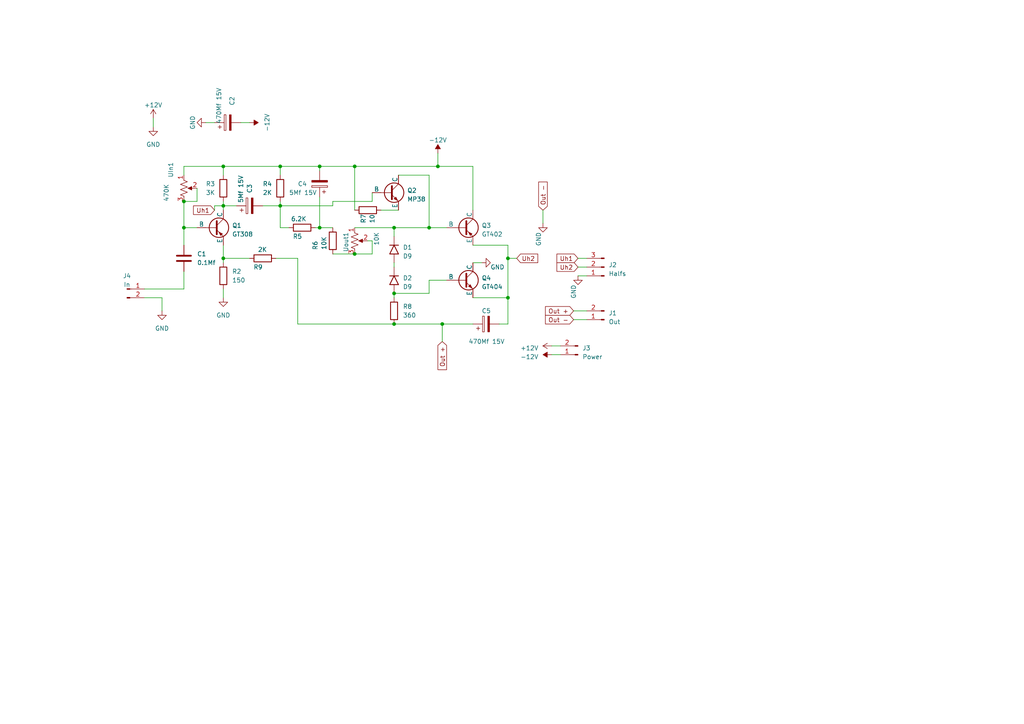
<source format=kicad_sch>
(kicad_sch (version 20231120) (generator "eeschema") (generator_version "8.0")
  (paper "A4")
  (lib_symbols
    (symbol "Connector:Conn_01x02_Pin" (pin_names (offset 1.016) hide)
      (property "Reference" "J" (at 0 2.54 0))
      (property "Value" "Conn_01x02_Pin" (at 0 -5.08 0))
      (symbol "Conn_01x02_Pin_1_1"
        (polyline (pts (xy 1.27 -2.54) (xy 0.8636 -2.54)) (stroke (width 0.1524)))
        (polyline (pts (xy 1.27 0) (xy 0.8636 0)) (stroke (width 0.1524)))
        (rectangle (start 0.8636 -2.413) (end 0 -2.667) (stroke (width 0.1524)) (fill (type outline)))
        (rectangle (start 0.8636 0.127) (end 0 -0.127) (stroke (width 0.1524)) (fill (type outline)))
        (pin passive line (at 5.08 0 180) (length 3.81) (name "Pin_1") (number "1"))
        (pin passive line (at 5.08 -2.54 180) (length 3.81) (name "Pin_2") (number "2"))
      )
    )
    (symbol "Connector:Conn_01x03_Pin" (pin_names (offset 1.016) hide)
      (property "Reference" "J" (at 0 5.08 0))
      (property "Value" "Conn_01x03_Pin" (at 0 -5.08 0))
      (symbol "Conn_01x03_Pin_1_1"
        (polyline (pts (xy 1.27 -2.54) (xy 0.8636 -2.54)) (stroke (width 0.1524)))
        (polyline (pts (xy 1.27 0) (xy 0.8636 0)) (stroke (width 0.1524)))
        (polyline (pts (xy 1.27 2.54) (xy 0.8636 2.54)) (stroke (width 0.1524)))
        (rectangle (start 0.8636 -2.413) (end 0 -2.667) (stroke (width 0.1524)) (fill (type outline)))
        (rectangle (start 0.8636 0.127) (end 0 -0.127) (stroke (width 0.1524)) (fill (type outline)))
        (rectangle (start 0.8636 2.667) (end 0 2.413) (stroke (width 0.1524)) (fill (type outline)))
        (pin passive line (at 5.08 2.54 180) (length 3.81) (name "Pin_1") (number "1"))
        (pin passive line (at 5.08 0 180) (length 3.81) (name "Pin_2") (number "2"))
        (pin passive line (at 5.08 -2.54 180) (length 3.81) (name "Pin_3") (number "3"))
      )
    )
    (symbol "Device:C" (pin_numbers hide) (pin_names (offset 0.254))
      (property "Reference" "C" (at 0.635 2.54 0))
      (property "Value" "C" (at 0.635 -2.54 0))
      (symbol "C_0_1"
        (polyline (pts (xy -2.032 -0.762) (xy 2.032 -0.762)) (stroke (width 0.508)))
        (polyline (pts (xy -2.032 0.762) (xy 2.032 0.762)) (stroke (width 0.508)))
      )
      (symbol "C_1_1"
        (pin passive line (at 0 3.81 270) (length 2.794) (name "~") (number "1"))
        (pin passive line (at 0 -3.81 90) (length 2.794) (name "~") (number "2"))
      )
    )
    (symbol "Device:C_Polarized" (pin_numbers hide) (pin_names (offset 0.254))
      (property "Reference" "C" (at 0.635 2.54 0))
      (property "Value" "C_Polarized" (at 0.635 -2.54 0))
      (symbol "C_Polarized_0_1"
        (rectangle (start -2.286 0.508) (end 2.286 1.016))
        (polyline (pts (xy -1.778 2.286) (xy -0.762 2.286)))
        (polyline (pts (xy -1.27 2.794) (xy -1.27 1.778)))
        (rectangle (start 2.286 -0.508) (end -2.286 -1.016) (fill (type outline)))
      )
      (symbol "C_Polarized_1_1"
        (pin passive line (at 0 3.81 270) (length 2.794) (name "~") (number "1"))
        (pin passive line (at 0 -3.81 90) (length 2.794) (name "~") (number "2"))
      )
    )
    (symbol "Device:R" (pin_numbers hide) (pin_names (offset 0))
      (property "Reference" "R" (at 2.032 0 90))
      (property "Value" "R" (at 0 0 90))
      (symbol "R_0_1"
        (rectangle (start -1.016 -2.54) (end 1.016 2.54) (stroke (width 0.254)))
      )
      (symbol "R_1_1"
        (pin passive line (at 0 3.81 270) (length 1.27) (name "~") (number "1"))
        (pin passive line (at 0 -3.81 90) (length 1.27) (name "~") (number "2"))
      )
    )
    (symbol "Device:R_Potentiometer_US" (pin_names (offset 1.016) hide)
      (property "Reference" "RV" (at -4.445 0 90))
      (property "Value" "R_Potentiometer_US" (at -2.54 0 90))
      (symbol "R_Potentiometer_US_0_1"
        (polyline (pts (xy 0 -2.286) (xy 0 -2.54)))
        (polyline (pts (xy 0 2.54) (xy 0 2.286)))
        (polyline (pts (xy 2.54 0) (xy 1.524 0)))
        (polyline (pts (xy 1.143 0) (xy 2.286 0.508) (xy 2.286 -0.508) (xy 1.143 0)) (fill (type outline)))
        (polyline (pts (xy 0 -0.762) (xy 1.016 -1.143) (xy 0 -1.524) (xy -1.016 -1.905) (xy 0 -2.286)))
        (polyline (pts (xy 0 0.762) (xy 1.016 0.381) (xy 0 0) (xy -1.016 -0.381) (xy 0 -0.762)))
        (polyline (pts (xy 0 2.286) (xy 1.016 1.905) (xy 0 1.524) (xy -1.016 1.143) (xy 0 0.762)))
      )
      (symbol "R_Potentiometer_US_1_1"
        (pin passive line (at 0 3.81 270) (length 1.27) (name "1") (number "1"))
        (pin passive line (at 3.81 0 180) (length 1.27) (name "2") (number "2"))
        (pin passive line (at 0 -3.81 90) (length 1.27) (name "3") (number "3"))
      )
    )
    (symbol "Soviet:D9" (pin_numbers hide) (pin_names hide)
      (property "Reference" "D" (at 0 2.54 0))
      (property "Value" "D9" (at 0 -2.54 0))
      (symbol "D9_0_1"
        (polyline (pts (xy 1.27 -1.27) (xy 1.27 1.27)) (stroke (width 0.254)))
        (polyline (pts (xy -1.27 -1.27) (xy -1.27 1.27) (xy 1.27 0) (xy -1.27 -1.27)) (stroke (width 0.254)))
      )
      (symbol "D9_1_1"
        (pin passive line (at -3.81 0 0) (length 2.54) (name "A") (number "1"))
        (pin passive line (at 3.81 0 180) (length 2.54) (name "K") (number "2"))
      )
    )
    (symbol "Soviet:GT308" (pin_numbers hide) (pin_names (offset 0))
      (property "Reference" "Q" (at -2.54 7.62 0))
      (property "Value" "GT308" (at -2.54 5.08 0))
      (symbol "GT308_0_1"
        (polyline (pts (xy -2.54 0) (xy 0.635 0)) (stroke (width 0.1524)))
        (polyline (pts (xy 0.635 0.635) (xy 2.54 2.54)))
        (polyline (pts (xy 0.635 -0.635) (xy 2.54 -2.54) (xy 2.54 -2.54)))
        (polyline (pts (xy 0.635 1.905) (xy 0.635 -1.905) (xy 0.635 -1.905)) (stroke (width 0.508)))
        (polyline (pts (xy 2.286 -1.778) (xy 1.778 -2.286) (xy 1.27 -1.27) (xy 2.286 -1.778) (xy 2.286 -1.778)) (fill (type outline)))
        (circle (center 1.27 0) (radius 2.8194) (stroke (width 0.254)))
      )
      (symbol "GT308_1_1"
        (pin open_emitter line (at 2.54 -5.08 90) (length 2.54) (name "E") (number "1"))
        (pin open_collector line (at 2.54 5.08 270) (length 2.54) (name "C") (number "2"))
        (pin input line (at -5.08 0 0) (length 2.54) (name "B") (number "3"))
      )
    )
    (symbol "Soviet:GT402" (pin_numbers hide) (pin_names (offset 0))
      (property "Reference" "Q" (at -2.54 7.62 0))
      (property "Value" "GT402" (at -2.54 5.08 0))
      (symbol "GT402_0_1"
        (polyline (pts (xy -2.54 0) (xy 0.635 0)) (stroke (width 0.1524)))
        (polyline (pts (xy 0.635 0.635) (xy 2.54 2.54)))
        (polyline (pts (xy 0.635 -0.635) (xy 2.54 -2.54) (xy 2.54 -2.54)))
        (polyline (pts (xy 0.635 1.905) (xy 0.635 -1.905) (xy 0.635 -1.905)) (stroke (width 0.508)))
        (polyline (pts (xy 2.286 -1.778) (xy 1.778 -2.286) (xy 1.27 -1.27) (xy 2.286 -1.778) (xy 2.286 -1.778)) (fill (type outline)))
        (circle (center 1.27 0) (radius 2.8194) (stroke (width 0.254)))
      )
      (symbol "GT402_1_1"
        (pin open_emitter line (at 2.54 -5.08 90) (length 2.54) (name "E") (number "1"))
        (pin open_collector line (at 2.54 5.08 270) (length 2.54) (name "C") (number "2"))
        (pin input line (at -5.08 0 0) (length 2.54) (name "B") (number "3"))
      )
    )
    (symbol "Soviet:GT404" (pin_numbers hide) (pin_names (offset 0))
      (property "Reference" "Q" (at -2.54 7.62 0))
      (property "Value" "GT404" (at -2.54 5.08 0))
      (symbol "GT404_0_1"
        (polyline (pts (xy -2.54 0) (xy 0.635 0)) (stroke (width 0.1524)))
        (polyline (pts (xy 0.635 0.635) (xy 2.54 2.54)))
        (polyline (pts (xy 2.794 -1.27) (xy 2.794 -1.27)) (stroke (width 0.1524)))
        (polyline (pts (xy 2.794 -1.27) (xy 2.794 -1.27)) (stroke (width 0.1524)))
        (polyline (pts (xy 0.635 -0.635) (xy 2.54 -2.54) (xy 2.54 -2.54)))
        (polyline (pts (xy 0.635 1.905) (xy 0.635 -1.905) (xy 0.635 -1.905)) (stroke (width 0.508)))
        (polyline (pts (xy 1.27 -1.778) (xy 1.778 -1.27) (xy 2.286 -2.286) (xy 1.27 -1.778) (xy 1.27 -1.778)) (fill (type outline)))
        (circle (center 1.27 0) (radius 2.8194) (stroke (width 0.254)))
      )
      (symbol "GT404_1_1"
        (pin open_emitter line (at 2.54 -5.08 90) (length 2.54) (name "E") (number "1"))
        (pin open_collector line (at 2.54 5.08 270) (length 2.54) (name "C") (number "2"))
        (pin input line (at -5.08 0 0) (length 2.54) (name "B") (number "3"))
      )
    )
    (symbol "Soviet:MP38" (pin_numbers hide) (pin_names (offset 0))
      (property "Reference" "Q" (at -2.54 7.62 0))
      (property "Value" "MP38" (at -2.54 5.08 0))
      (symbol "MP38_0_1"
        (polyline (pts (xy -2.54 0) (xy 0.635 0)) (stroke (width 0.1524)))
        (polyline (pts (xy 0.635 0.635) (xy 2.54 2.54)))
        (polyline (pts (xy 2.794 -1.27) (xy 2.794 -1.27)) (stroke (width 0.1524)))
        (polyline (pts (xy 2.794 -1.27) (xy 2.794 -1.27)) (stroke (width 0.1524)))
        (polyline (pts (xy 0.635 -0.635) (xy 2.54 -2.54) (xy 2.54 -2.54)))
        (polyline (pts (xy 0.635 1.905) (xy 0.635 -1.905) (xy 0.635 -1.905)) (stroke (width 0.508)))
        (polyline (pts (xy 1.27 -1.778) (xy 1.778 -1.27) (xy 2.286 -2.286) (xy 1.27 -1.778) (xy 1.27 -1.778)) (fill (type outline)))
        (circle (center 1.27 0) (radius 2.8194) (stroke (width 0.254)))
      )
      (symbol "MP38_1_1"
        (pin open_collector line (at 2.54 5.08 270) (length 2.54) (name "C") (number "1"))
        (pin input line (at -5.08 0 0) (length 2.54) (name "B") (number "2"))
        (pin open_emitter line (at 2.54 -5.08 90) (length 2.54) (name "E") (number "3"))
      )
    )
    (symbol "power:+12V" (power) (pin_names (offset 0))
      (property "Value" "+12V" (at 0 3.556 0))
      (symbol "+12V_0_1"
        (polyline (pts (xy -0.762 1.27) (xy 0 2.54)))
        (polyline (pts (xy 0 0) (xy 0 2.54)))
        (polyline (pts (xy 0 2.54) (xy 0.762 1.27)))
      )
      (symbol "+12V_1_1"
        (pin power_in line (at 0 0 90) (length 0) hide (name "+12V") (number "1"))
      )
    )
    (symbol "power:-12V" (power) (pin_names (offset 0))
      (property "Value" "-12V" (at 0 3.81 0))
      (symbol "-12V_0_0"
        (pin power_in line (at 0 0 90) (length 0) hide (name "-12V") (number "1"))
      )
      (symbol "-12V_0_1"
        (polyline (pts (xy 0 0) (xy 0 1.27) (xy 0.762 1.27) (xy 0 2.54) (xy -0.762 1.27) (xy 0 1.27)) (fill (type outline)))
      )
    )
    (symbol "power:GND" (power) (pin_names (offset 0))
      (property "Value" "GND" (at 0 -3.81 0))
      (symbol "GND_0_1"
        (polyline (pts (xy 0 0) (xy 0 -1.27) (xy 1.27 -1.27) (xy 0 -2.54) (xy -1.27 -1.27) (xy 0 -1.27)))
      )
      (symbol "GND_1_1"
        (pin power_in line (at 0 0 270) (length 0) hide (name "GND") (number "1"))
      )
    )
  )
  (junction (at 64.77 48.26))
  (junction (at 102.87 73.66))
  (junction (at 92.71 66.04))
  (junction (at 53.34 66.04))
  (junction (at 127 48.26))
  (junction (at 81.28 48.26))
  (junction (at 64.77 59.69))
  (junction (at 81.28 59.69))
  (junction (at 102.87 48.26))
  (junction (at 128.27 93.98))
  (junction (at 147.32 74.93))
  (junction (at 114.3 85.09))
  (junction (at 114.3 66.04))
  (junction (at 147.32 86.36))
  (junction (at 64.77 74.93))
  (junction (at 92.71 48.26))
  (junction (at 124.46 66.04))
  (junction (at 53.34 58.42))
  (junction (at 114.3 93.98))
  (wire (pts (xy 81.28 48.26) (xy 64.77 48.26)))
  (wire (pts (xy 167.64 80.01) (xy 170.18 80.01)))
  (wire (pts (xy 114.3 85.09) (xy 114.3 86.36)))
  (wire (pts (xy 127 48.26) (xy 102.87 48.26)))
  (wire (pts (xy 57.15 66.04) (xy 53.34 66.04)))
  (wire (pts (xy 81.28 59.69) (xy 76.2 59.69)))
  (wire (pts (xy 86.36 93.98) (xy 114.3 93.98)))
  (wire (pts (xy 106.68 69.85) (xy 107.95 69.85)))
  (wire (pts (xy 62.23 60.96) (xy 62.23 59.69)))
  (wire (pts (xy 83.82 66.04) (xy 81.28 66.04)))
  (wire (pts (xy 166.37 90.17) (xy 170.18 90.17)))
  (wire (pts (xy 128.27 93.98) (xy 137.16 93.98)))
  (wire (pts (xy 147.32 74.93) (xy 149.86 74.93)))
  (wire (pts (xy 53.34 58.42) (xy 53.34 66.04)))
  (wire (pts (xy 64.77 74.93) (xy 64.77 76.2)))
  (wire (pts (xy 46.99 86.36) (xy 41.91 86.36)))
  (wire (pts (xy 57.15 58.42) (xy 53.34 58.42)))
  (wire (pts (xy 96.52 59.69) (xy 81.28 59.69)))
  (wire (pts (xy 86.36 74.93) (xy 86.36 93.98)))
  (wire (pts (xy 92.71 48.26) (xy 81.28 48.26)))
  (wire (pts (xy 124.46 50.8) (xy 124.46 66.04)))
  (wire (pts (xy 124.46 81.28) (xy 124.46 85.09)))
  (wire (pts (xy 114.3 93.98) (xy 128.27 93.98)))
  (wire (pts (xy 137.16 48.26) (xy 137.16 60.96)))
  (wire (pts (xy 137.16 76.2) (xy 139.7 76.2)))
  (wire (pts (xy 69.85 35.56) (xy 72.39 35.56)))
  (wire (pts (xy 64.77 58.42) (xy 64.77 59.69)))
  (wire (pts (xy 64.77 83.82) (xy 64.77 86.36)))
  (wire (pts (xy 114.3 66.04) (xy 124.46 66.04)))
  (wire (pts (xy 160.02 100.33) (xy 162.56 100.33)))
  (wire (pts (xy 137.16 48.26) (xy 127 48.26)))
  (wire (pts (xy 81.28 58.42) (xy 81.28 59.69)))
  (wire (pts (xy 160.02 102.87) (xy 162.56 102.87)))
  (wire (pts (xy 127 44.45) (xy 127 48.26)))
  (wire (pts (xy 124.46 85.09) (xy 114.3 85.09)))
  (wire (pts (xy 102.87 60.96) (xy 102.87 48.26)))
  (wire (pts (xy 62.23 59.69) (xy 64.77 59.69)))
  (wire (pts (xy 128.27 93.98) (xy 128.27 99.06)))
  (wire (pts (xy 92.71 48.26) (xy 102.87 48.26)))
  (wire (pts (xy 137.16 86.36) (xy 147.32 86.36)))
  (wire (pts (xy 64.77 59.69) (xy 68.58 59.69)))
  (wire (pts (xy 64.77 71.12) (xy 64.77 74.93)))
  (wire (pts (xy 96.52 58.42) (xy 107.95 58.42)))
  (wire (pts (xy 144.78 93.98) (xy 147.32 93.98)))
  (wire (pts (xy 166.37 92.71) (xy 170.18 92.71)))
  (wire (pts (xy 53.34 66.04) (xy 53.34 71.12)))
  (wire (pts (xy 41.91 83.82) (xy 53.34 83.82)))
  (wire (pts (xy 92.71 57.15) (xy 92.71 66.04)))
  (wire (pts (xy 53.34 78.74) (xy 53.34 83.82)))
  (wire (pts (xy 107.95 73.66) (xy 102.87 73.66)))
  (wire (pts (xy 81.28 59.69) (xy 81.28 66.04)))
  (wire (pts (xy 114.3 76.2) (xy 114.3 77.47)))
  (wire (pts (xy 92.71 66.04) (xy 96.52 66.04)))
  (wire (pts (xy 114.3 66.04) (xy 114.3 68.58)))
  (wire (pts (xy 96.52 73.66) (xy 102.87 73.66)))
  (wire (pts (xy 102.87 66.04) (xy 114.3 66.04)))
  (wire (pts (xy 64.77 48.26) (xy 64.77 50.8)))
  (wire (pts (xy 96.52 58.42) (xy 96.52 59.69)))
  (wire (pts (xy 81.28 50.8) (xy 81.28 48.26)))
  (wire (pts (xy 53.34 48.26) (xy 53.34 50.8)))
  (wire (pts (xy 80.01 74.93) (xy 86.36 74.93)))
  (wire (pts (xy 167.64 74.93) (xy 170.18 74.93)))
  (wire (pts (xy 167.64 77.47) (xy 170.18 77.47)))
  (wire (pts (xy 147.32 93.98) (xy 147.32 86.36)))
  (wire (pts (xy 64.77 59.69) (xy 64.77 60.96)))
  (wire (pts (xy 115.57 50.8) (xy 124.46 50.8)))
  (wire (pts (xy 110.49 60.96) (xy 115.57 60.96)))
  (wire (pts (xy 57.15 54.61) (xy 57.15 58.42)))
  (wire (pts (xy 107.95 69.85) (xy 107.95 73.66)))
  (wire (pts (xy 147.32 86.36) (xy 147.32 74.93)))
  (wire (pts (xy 92.71 66.04) (xy 91.44 66.04)))
  (wire (pts (xy 147.32 71.12) (xy 137.16 71.12)))
  (wire (pts (xy 46.99 86.36) (xy 46.99 90.17)))
  (wire (pts (xy 107.95 58.42) (xy 107.95 55.88)))
  (wire (pts (xy 124.46 66.04) (xy 129.54 66.04)))
  (wire (pts (xy 147.32 74.93) (xy 147.32 71.12)))
  (wire (pts (xy 64.77 74.93) (xy 72.39 74.93)))
  (wire (pts (xy 157.48 60.96) (xy 157.48 64.77)))
  (wire (pts (xy 44.45 34.29) (xy 44.45 36.83)))
  (wire (pts (xy 92.71 49.53) (xy 92.71 48.26)))
  (wire (pts (xy 129.54 81.28) (xy 124.46 81.28)))
  (wire (pts (xy 59.69 35.56) (xy 62.23 35.56)))
  (wire (pts (xy 53.34 48.26) (xy 64.77 48.26)))
  (global_label "Out +" (shape input) (at 166.37 90.17 180) (property "Intersheetrefs" "${INTERSHEET_REFS}" (effects (hide yes))))
  (global_label "Uh2" (shape input) (at 167.64 77.47 180) (property "Intersheetrefs" "${INTERSHEET_REFS}" (effects (hide yes))))
  (global_label "Out +" (shape input) (at 128.27 99.06 270) (property "Intersheetrefs" "${INTERSHEET_REFS}" (effects (hide yes))))
  (global_label "Out -" (shape input) (at 157.48 60.96 90) (property "Intersheetrefs" "${INTERSHEET_REFS}" (effects (hide yes))))
  (global_label "Out -" (shape input) (at 166.37 92.71 180) (property "Intersheetrefs" "${INTERSHEET_REFS}" (effects (hide yes))))
  (global_label "Uh1" (shape input) (at 167.64 74.93 180) (property "Intersheetrefs" "${INTERSHEET_REFS}" (effects (hide yes))))
  (global_label "Uh1" (shape input) (at 62.23 60.96 180) (property "Intersheetrefs" "${INTERSHEET_REFS}" (effects (hide yes))))
  (global_label "Uh2" (shape input) (at 149.86 74.93 0) (property "Intersheetrefs" "${INTERSHEET_REFS}" (effects (hide yes))))
  (symbol (lib_id "Soviet:D9") (at 114.3 72.39 90) (unit 1)
    (property "Reference" "D1" (at 116.84 71.755 90) (effects (justify right)))
    (property "Value" "D9" (at 116.84 74.295 90) (effects (justify right)))
    (property "Footprint" "Soviet:D9" (effects (hide yes)))
    (property "Datasheet" "https://static.chipdip.ru/lib/270/DOC000270836.pdf" (effects (hide yes)))
    (property "Sim.Device" "D" (effects (hide yes)))
    (property "Sim.Pins" "1=A 2=K" (effects (hide yes)))
  )
  (symbol (lib_id "Device:R_Potentiometer_US") (at 53.34 54.61 0) (unit 1)
    (property "Reference" "UIn1" (at 49.53 46.99 90) (effects (justify right)))
    (property "Value" "470K" (at 48.26 53.34 90) (effects (justify right)))
    (property "Footprint" "Potentiometer_THT:Potentiometer_Bourns_3296W_Vertical" (effects (hide yes)))
  )
  (symbol (lib_id "Device:R_Potentiometer_US") (at 102.87 69.85 0) (unit 1)
    (property "Reference" "Uout1" (at 100.33 67.31 90) (effects (justify right)))
    (property "Value" "10K" (at 109.22 67.31 90) (effects (justify right)))
    (property "Footprint" "Potentiometer_THT:Potentiometer_Bourns_3296W_Vertical" (effects (hide yes)))
  )
  (symbol (lib_id "Device:R") (at 64.77 80.01 180) (unit 1)
    (property "Reference" "R2" (at 67.31 78.74 0) (effects (justify right)))
    (property "Value" "150" (at 67.31 81.28 0) (effects (justify right)))
    (property "Footprint" "Resistor_THT:R_Axial_DIN0207_L6.3mm_D2.5mm_P10.16mm_Horizontal" (effects (hide yes)))
  )
  (symbol (lib_id "Soviet:GT308") (at 62.23 66.04 0) (unit 1)
    (property "Reference" "Q1" (at 67.31 65.405 0) (effects (justify left)))
    (property "Value" "GT308" (at 67.31 67.945 0) (effects (justify left)))
    (property "Footprint" "Soviet:Soviet-GT308" (effects (hide yes)))
    (property "Datasheet" "https://rudatasheet.ru/transistors/gt308/" (effects (hide yes)))
    (property "Sim.Device" "PNP" (effects (hide yes)))
    (property "Sim.Type" "GUMMELPOON" (effects (hide yes)))
    (property "Sim.Pins" "1=E 2=C 3=B" (effects (hide yes)))
  )
  (symbol (lib_id "Device:R") (at 64.77 54.61 180) (unit 1)
    (property "Reference" "R3" (at 59.69 53.34 0) (effects (justify right)))
    (property "Value" "3K" (at 59.69 55.88 0) (effects (justify right)))
    (property "Footprint" "Resistor_THT:R_Axial_DIN0207_L6.3mm_D2.5mm_P10.16mm_Horizontal" (effects (hide yes)))
  )
  (symbol (lib_id "Device:R") (at 114.3 90.17 180) (unit 1)
    (property "Reference" "R8" (at 116.84 88.9 0) (effects (justify right)))
    (property "Value" "360" (at 116.84 91.44 0) (effects (justify right)))
    (property "Footprint" "Resistor_THT:R_Axial_DIN0207_L6.3mm_D2.5mm_P10.16mm_Horizontal" (effects (hide yes)))
  )
  (symbol (lib_id "Device:C_Polarized") (at 92.71 53.34 180) (unit 1)
    (property "Reference" "C4" (at 86.36 53.34 0) (effects (justify right)))
    (property "Value" "5Mf 15V" (at 83.82 55.88 0) (effects (justify right)))
    (property "Footprint" "Capacitor_THT:CP_Radial_D5.0mm_P2.50mm" (effects (hide yes)))
  )
  (symbol (lib_id "power:-12V") (at 72.39 35.56 270) (unit 1)
    (property "Reference" "#PWR05" (effects (hide yes)))
    (property "Value" "-12V" (at 77.47 35.56 0))
  )
  (symbol (lib_id "power:GND") (at 44.45 36.83 0) (unit 1)
    (property "Reference" "#PWR03" (effects (hide yes)))
    (property "Value" "GND" (at 44.45 41.91 0))
  )
  (symbol (lib_id "Device:C") (at 53.34 74.93 180) (unit 1)
    (property "Reference" "C1" (at 57.15 73.6599 0) (effects (justify right)))
    (property "Value" "0.1Mf" (at 57.15 76.1999 0) (effects (justify right)))
    (property "Footprint" "Capacitor_THT:C_Axial_L3.8mm_D2.6mm_P7.50mm_Horizontal" (effects (hide yes)))
  )
  (symbol (lib_id "Soviet:MP38") (at 113.03 55.88 0) (unit 1)
    (property "Reference" "Q2" (at 118.11 55.245 0) (effects (justify left)))
    (property "Value" "MP38" (at 118.11 57.785 0) (effects (justify left)))
    (property "Footprint" "Soviet:Soviet-MP38" (effects (hide yes)))
    (property "Datasheet" "https://eandc.ru/catalog/detail.php?ID=12283" (effects (hide yes)))
    (property "Sim.Device" "NPN" (effects (hide yes)))
    (property "Sim.Type" "GUMMELPOON" (effects (hide yes)))
    (property "Sim.Pins" "1=C 2=B 3=E" (effects (hide yes)))
  )
  (symbol (lib_id "Device:C_Polarized") (at 72.39 59.69 90) (unit 1)
    (property "Reference" "C3" (at 72.39 53.34 0) (effects (justify right)))
    (property "Value" "5Mf 15V" (at 69.85 50.8 0) (effects (justify right)))
    (property "Footprint" "Capacitor_THT:CP_Radial_D5.0mm_P2.50mm" (effects (hide yes)))
  )
  (symbol (lib_id "power:-12V") (at 127 44.45 0) (unit 1)
    (property "Reference" "#PWR012" (effects (hide yes)))
    (property "Value" "-12V" (at 127 40.64 0))
  )
  (symbol (lib_id "power:GND") (at 167.64 80.01 0) (unit 1)
    (property "Reference" "#PWR09" (effects (hide yes)))
    (property "Value" "GND" (at 166.37 82.55 90) (effects (justify right)))
  )
  (symbol (lib_id "power:+12V") (at 160.02 100.33 90) (unit 1)
    (property "Reference" "#PWR011" (effects (hide yes)))
    (property "Value" "+12V" (at 156.21 100.965 90) (effects (justify left)))
  )
  (symbol (lib_id "Device:R") (at 96.52 69.85 0) (unit 1)
    (property "Reference" "R6" (at 91.44 69.85 90) (effects (justify right)))
    (property "Value" "10K" (at 93.98 68.58 90) (effects (justify right)))
    (property "Footprint" "Resistor_THT:R_Axial_DIN0207_L6.3mm_D2.5mm_P10.16mm_Horizontal" (effects (hide yes)))
  )
  (symbol (lib_id "Device:C_Polarized") (at 66.04 35.56 90) (unit 1)
    (property "Reference" "C2" (at 67.31 27.94 0) (effects (justify right)))
    (property "Value" "470Mf 15V" (at 63.5 25.4 0) (effects (justify right)))
    (property "Footprint" "Capacitor_THT:CP_Radial_D10.0mm_P3.80mm" (effects (hide yes)))
  )
  (symbol (lib_id "Connector:Conn_01x02_Pin") (at 167.64 102.87 180) (unit 1)
    (property "Reference" "J3" (at 168.91 100.965 0) (effects (justify right)))
    (property "Value" "Power" (at 168.91 103.505 0) (effects (justify right)))
    (property "Footprint" "Connector_PinSocket_2.54mm:PinSocket_1x02_P2.54mm_Vertical" (effects (hide yes)))
  )
  (symbol (lib_id "power:GND") (at 64.77 86.36 0) (unit 1)
    (property "Reference" "#PWR07" (effects (hide yes)))
    (property "Value" "GND" (at 64.77 91.44 0))
  )
  (symbol (lib_id "power:+12V") (at 44.45 34.29 0) (unit 1)
    (property "Reference" "#PWR01" (effects (hide yes)))
    (property "Value" "+12V" (at 44.45 30.48 0))
  )
  (symbol (lib_id "Soviet:GT402") (at 134.62 66.04 0) (unit 1)
    (property "Reference" "Q3" (at 139.7 65.405 0) (effects (justify left)))
    (property "Value" "GT402" (at 139.7 67.945 0) (effects (justify left)))
    (property "Footprint" "Soviet:Soviet-GT402" (effects (hide yes)))
    (property "Datasheet" "https://www.5v.ru/ds/trnz/gt402.htm" (effects (hide yes)))
    (property "Sim.Device" "PNP" (effects (hide yes)))
    (property "Sim.Type" "GUMMELPOON" (effects (hide yes)))
    (property "Sim.Pins" "1=E 2=C 3=B" (effects (hide yes)))
  )
  (symbol (lib_id "Device:R") (at 81.28 54.61 180) (unit 1)
    (property "Reference" "R4" (at 76.2 53.34 0) (effects (justify right)))
    (property "Value" "2K" (at 76.2 55.88 0) (effects (justify right)))
    (property "Footprint" "Resistor_THT:R_Axial_DIN0207_L6.3mm_D2.5mm_P10.16mm_Horizontal" (effects (hide yes)))
  )
  (symbol (lib_id "Connector:Conn_01x02_Pin") (at 175.26 92.71 180) (unit 1)
    (property "Reference" "J1" (at 176.53 90.805 0) (effects (justify right)))
    (property "Value" "Out" (at 176.53 93.345 0) (effects (justify right)))
    (property "Footprint" "Connector_PinSocket_2.54mm:PinSocket_1x02_P2.54mm_Vertical" (effects (hide yes)))
  )
  (symbol (lib_id "Device:R") (at 87.63 66.04 270) (unit 1)
    (property "Reference" "R5" (at 87.63 68.58 90) (effects (justify right)))
    (property "Value" "6.2K" (at 88.9 63.5 90) (effects (justify right)))
    (property "Footprint" "Resistor_THT:R_Axial_DIN0207_L6.3mm_D2.5mm_P10.16mm_Horizontal" (effects (hide yes)))
  )
  (symbol (lib_id "power:GND") (at 59.69 35.56 270) (unit 1)
    (property "Reference" "#PWR04" (effects (hide yes)))
    (property "Value" "GND" (at 55.88 35.56 0))
  )
  (symbol (lib_id "Connector:Conn_01x02_Pin") (at 36.83 83.82 0) (unit 1)
    (property "Reference" "J4" (at 36.83 80.01 0))
    (property "Value" "In" (at 36.83 82.55 0))
    (property "Footprint" "Connector_PinSocket_2.54mm:PinSocket_1x02_P2.54mm_Vertical" (effects (hide yes)))
  )
  (symbol (lib_id "Device:R") (at 106.68 60.96 270) (unit 1)
    (property "Reference" "R7" (at 105.41 64.77 0) (effects (justify right)))
    (property "Value" "10" (at 107.95 64.77 0) (effects (justify right)))
    (property "Footprint" "Resistor_THT:R_Axial_DIN0207_L6.3mm_D2.5mm_P10.16mm_Horizontal" (effects (hide yes)))
  )
  (symbol (lib_id "Device:R") (at 76.2 74.93 270) (unit 1)
    (property "Reference" "R9" (at 76.2 77.47 90) (effects (justify right)))
    (property "Value" "2K" (at 77.47 72.39 90) (effects (justify right)))
    (property "Footprint" "Resistor_THT:R_Axial_DIN0207_L6.3mm_D2.5mm_P10.16mm_Horizontal" (effects (hide yes)))
  )
  (symbol (lib_id "Soviet:D9") (at 114.3 81.28 90) (unit 1)
    (property "Reference" "D2" (at 116.84 80.645 90) (effects (justify right)))
    (property "Value" "D9" (at 116.84 83.185 90) (effects (justify right)))
    (property "Footprint" "Soviet:D9" (effects (hide yes)))
    (property "Datasheet" "https://static.chipdip.ru/lib/270/DOC000270836.pdf" (effects (hide yes)))
    (property "Sim.Device" "D" (effects (hide yes)))
    (property "Sim.Pins" "1=A 2=K" (effects (hide yes)))
  )
  (symbol (lib_id "power:-12V") (at 160.02 102.87 90) (unit 1)
    (property "Reference" "#PWR010" (effects (hide yes)))
    (property "Value" "-12V" (at 156.21 103.505 90) (effects (justify left)))
  )
  (symbol (lib_id "Soviet:GT404") (at 134.62 81.28 0) (unit 1)
    (property "Reference" "Q4" (at 139.7 80.645 0) (effects (justify left)))
    (property "Value" "GT404" (at 139.7 83.185 0) (effects (justify left)))
    (property "Footprint" "Soviet:Soviet-GT402" (effects (hide yes)))
    (property "Datasheet" "https://eandc.ru/catalog/detail.php?ID=12283" (effects (hide yes)))
    (property "Sim.Device" "NPN" (effects (hide yes)))
    (property "Sim.Type" "GUMMELPOON" (effects (hide yes)))
    (property "Sim.Pins" "1=E 2=C 3=B" (effects (hide yes)))
  )
  (symbol (lib_id "power:GND") (at 139.7 76.2 90) (unit 1)
    (property "Reference" "#PWR02" (effects (hide yes)))
    (property "Value" "GND" (at 142.24 77.47 90) (effects (justify right)))
  )
  (symbol (lib_id "Device:C_Polarized") (at 140.97 93.98 90) (unit 1)
    (property "Reference" "C5" (at 139.7 90.17 90) (effects (justify right)))
    (property "Value" "470Mf 15V" (at 135.89 99.06 90) (effects (justify right)))
    (property "Footprint" "Capacitor_THT:CP_Radial_D10.0mm_P3.80mm" (effects (hide yes)))
  )
  (symbol (lib_id "power:GND") (at 157.48 64.77 0) (unit 1)
    (property "Reference" "#PWR08" (effects (hide yes)))
    (property "Value" "GND" (at 156.21 67.31 90) (effects (justify right)))
  )
  (symbol (lib_id "power:GND") (at 46.99 90.17 0) (unit 1)
    (property "Reference" "#PWR06" (effects (hide yes)))
    (property "Value" "GND" (at 46.99 95.25 0))
  )
  (symbol (lib_id "Connector:Conn_01x03_Pin") (at 175.26 77.47 180) (unit 1)
    (property "Reference" "J2" (at 176.53 76.835 0) (effects (justify right)))
    (property "Value" "Halfs" (at 176.53 79.375 0) (effects (justify right)))
    (property "Footprint" "Connector_PinSocket_2.54mm:PinSocket_1x03_P2.54mm_Vertical" (effects (hide yes)))
  )
)
</source>
